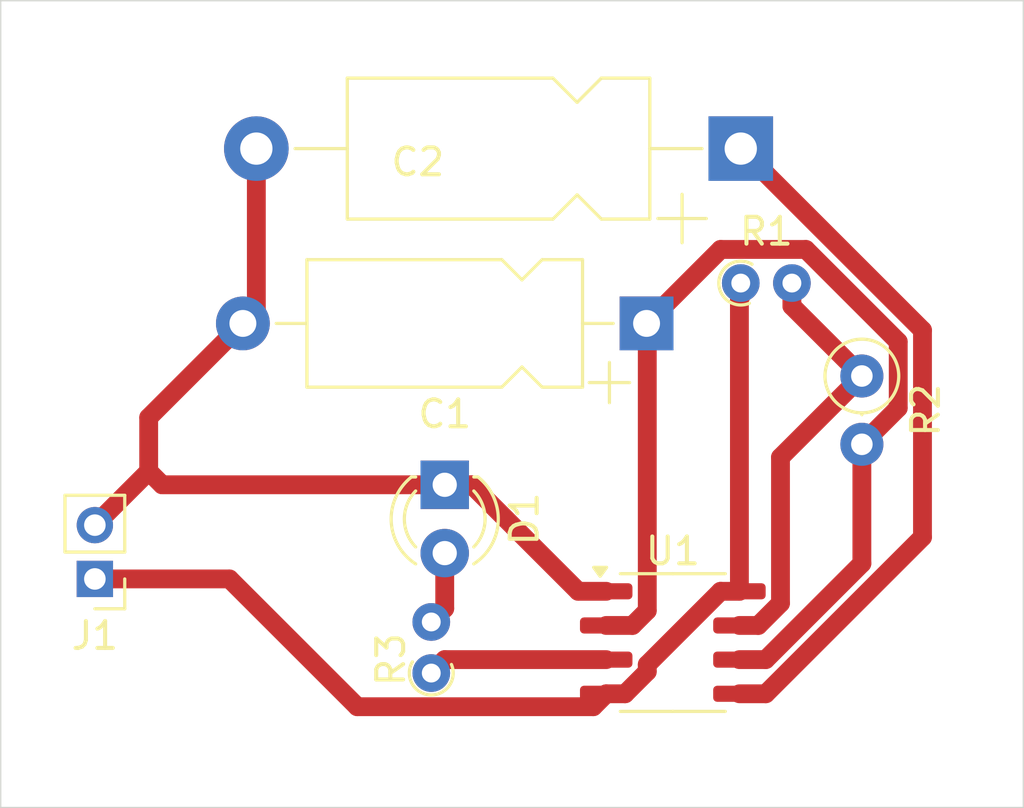
<source format=kicad_pcb>
(kicad_pcb (version 20241229) (generator "pcbnew") (generator_version "9.0")
  (layers (0 "F.Cu" signal) (2 "B.Cu" signal) (13 "F.Paste" user) (15 "B.Paste" user) (5 "F.SilkS" user "F.Silkscreen") (7 "B.SilkS" user "B.Silkscreen") (1 "F.Mask" user) (3 "B.Mask" user) (25 "Edge.Cuts" user))
  (net 0 "")
  (net 1 "GND")
  (net 2 "Net-(U1-THR)")
  (net 3 "Net-(U1-CV)")
  (net 4 "VCC")
  (net 5 "Net-(U1-DIS)")
  (net 6 "Net-(D1-A)")
  (net 7 "Net-(U1-Q)")
  (footprint "Capacitor_THT:CP_Axial_L10.0mm_D4.5mm_P15.00mm_Horizontal" (layer "F.Cu") (at 132.5 91.5 180)
    (property "Reference" "C1" (at 7.5 -3.37 0) (layer "F.SilkS"))
    (property "Value" "C")
    (fp_line (start 13.76 0) (end 12.62 0) (stroke (width 0.12)) (layer "F.SilkS"))
    (fp_line (start 12.62 -2.37) (end 12.62 2.37) (stroke (width 0.12)) (layer "F.SilkS"))
    (fp_line (start 5.38 2.37) (end 12.62 2.37) (stroke (width 0.12)) (layer "F.SilkS"))
    (fp_line (start 5.38 -2.37) (end 12.62 -2.37) (stroke (width 0.12)) (layer "F.SilkS"))
    (fp_line (start 4.63 1.62) (end 5.38 2.37) (stroke (width 0.12)) (layer "F.SilkS"))
    (fp_line (start 4.63 -1.62) (end 5.38 -2.37) (stroke (width 0.12)) (layer "F.SilkS"))
    (fp_line (start 3.88 2.37) (end 4.63 1.62) (stroke (width 0.12)) (layer "F.SilkS"))
    (fp_line (start 3.88 -2.37) (end 4.63 -1.62) (stroke (width 0.12)) (layer "F.SilkS"))
    (fp_line (start 2.38 2.37) (end 3.88 2.37) (stroke (width 0.12)) (layer "F.SilkS"))
    (fp_line (start 2.38 -2.37) (end 3.88 -2.37) (stroke (width 0.12)) (layer "F.SilkS"))
    (fp_line (start 2.38 -2.37) (end 2.38 2.37) (stroke (width 0.12)) (layer "F.SilkS"))
    (fp_line (start 1.38 -2.95) (end 1.38 -1.45) (stroke (width 0.12)) (layer "F.SilkS"))
    (fp_line (start 1.24 0) (end 2.38 0) (stroke (width 0.12)) (layer "F.SilkS"))
    (fp_line (start 0.63 -2.2) (end 2.13 -2.2) (stroke (width 0.12)) (layer "F.SilkS"))
    (pad "1" thru_hole rect (at 0 0 180) (size 2 2) (drill 1) (layers "*.Cu" "*.Mask") (net 2 "Net-(U1-THR)"))
    (pad "2" thru_hole circle (at 15 0 180) (size 2 2) (drill 1) (layers "*.Cu" "*.Mask") (net 1 "GND"))
  )
  (footprint "Capacitor_THT:CP_Axial_L11.0mm_D5.0mm_P18.00mm_Horizontal" (layer "F.Cu") (at 136 85 180)
    (property "Reference" "C2" (at 12 -0.5 0) (layer "F.SilkS"))
    (property "Value" "C")
    (fp_line (start 16.56 0) (end 14.62 0) (stroke (width 0.12)) (layer "F.SilkS"))
    (fp_line (start 14.62 -2.62) (end 14.62 2.62) (stroke (width 0.12)) (layer "F.SilkS"))
    (fp_line (start 6.98 2.62) (end 14.62 2.62) (stroke (width 0.12)) (layer "F.SilkS"))
    (fp_line (start 6.98 -2.62) (end 14.62 -2.62) (stroke (width 0.12)) (layer "F.SilkS"))
    (fp_line (start 6.08 1.72) (end 6.98 2.62) (stroke (width 0.12)) (layer "F.SilkS"))
    (fp_line (start 6.08 -1.72) (end 6.98 -2.62) (stroke (width 0.12)) (layer "F.SilkS"))
    (fp_line (start 5.18 2.62) (end 6.08 1.72) (stroke (width 0.12)) (layer "F.SilkS"))
    (fp_line (start 5.18 -2.62) (end 6.08 -1.72) (stroke (width 0.12)) (layer "F.SilkS"))
    (fp_line (start 3.38 2.62) (end 5.18 2.62) (stroke (width 0.12)) (layer "F.SilkS"))
    (fp_line (start 3.38 -2.62) (end 5.18 -2.62) (stroke (width 0.12)) (layer "F.SilkS"))
    (fp_line (start 3.38 -2.62) (end 3.38 2.62) (stroke (width 0.12)) (layer "F.SilkS"))
    (fp_line (start 2.18 -3.5) (end 2.18 -1.7) (stroke (width 0.12)) (layer "F.SilkS"))
    (fp_line (start 1.44 0) (end 3.38 0) (stroke (width 0.12)) (layer "F.SilkS"))
    (fp_line (start 1.28 -2.6) (end 3.08 -2.6) (stroke (width 0.12)) (layer "F.SilkS"))
    (pad "1" thru_hole rect (at 0 0 180) (size 2.4 2.4) (drill 1.2) (layers "*.Cu" "*.Mask") (net 3 "Net-(U1-CV)"))
    (pad "2" thru_hole circle (at 18 0 180) (size 2.4 2.4) (drill 1.2) (layers "*.Cu" "*.Mask") (net 1 "GND"))
  )
  (footprint "Resistor_THT:R_Axial_DIN0207_L6.3mm_D2.5mm_P2.54mm_Vertical" (layer "F.Cu") (at 140.5 93.455 -90)
    (property "Reference" "R2" (at 1.27 -2.37 90) (layer "F.SilkS"))
    (property "Value" "R")
    (fp_line (start 1.37 0) (end 1.44 0) (stroke (width 0.12)) (layer "F.SilkS"))
    (fp_circle (center 0 0) (end 1.37 0) (stroke (width 0.12)) (fill no) (layer "F.SilkS"))
    (pad "1" thru_hole circle (at 0 0 270) (size 1.6 1.6) (drill 0.8) (layers "*.Cu" "*.Mask") (net 5 "Net-(U1-DIS)"))
    (pad "2" thru_hole oval (at 2.54 0 270) (size 1.6 1.6) (drill 0.8) (layers "*.Cu" "*.Mask") (net 2 "Net-(U1-THR)"))
  )
  (footprint "Resistor_THT:R_Axial_DIN0204_L3.6mm_D1.6mm_P1.90mm_Vertical" (layer "F.Cu") (at 124.5 104.5 90)
    (property "Reference" "R3" (at 0.5 -1.5 90) (layer "F.SilkS"))
    (property "Value" "R150")
    (fp_arc (start 0.320095 0.749359) (mid -0.813042 -0.054435) (end 0.417133 -0.7) (stroke (width 0.12)) (layer "F.SilkS"))
    (pad "1" thru_hole circle (at 0 0 90) (size 1.4 1.4) (drill 0.7) (layers "*.Cu" "*.Mask") (net 7 "Net-(U1-Q)"))
    (pad "2" thru_hole oval (at 1.9 0 90) (size 1.4 1.4) (drill 0.7) (layers "*.Cu" "*.Mask") (net 6 "Net-(D1-A)"))
  )
  (footprint "Resistor_THT:R_Axial_DIN0204_L3.6mm_D1.6mm_P1.90mm_Vertical" (layer "F.Cu") (at 136 90)
    (property "Reference" "R1" (at 0.95 -1.92 0) (layer "F.SilkS"))
    (property "Value" "R")
    (fp_arc (start 0.320095 0.749359) (mid -0.813042 -0.054435) (end 0.417133 -0.7) (stroke (width 0.12)) (layer "F.SilkS"))
    (pad "1" thru_hole circle (at 0 0) (size 1.4 1.4) (drill 0.7) (layers "*.Cu" "*.Mask") (net 4 "VCC"))
    (pad "2" thru_hole oval (at 1.9 0) (size 1.4 1.4) (drill 0.7) (layers "*.Cu" "*.Mask") (net 5 "Net-(U1-DIS)"))
  )
  (footprint "LED_THT:LED_D3.0mm" (layer "F.Cu") (at 125 97.5 -90)
    (property "Reference" "D1" (at 1.27 -2.96 90) (layer "F.SilkS"))
    (property "Value" "LED" (hide yes))
    (fp_line (start -0.29 1.08) (end -0.29 1.236) (stroke (width 0.12)) (layer "F.SilkS"))
    (fp_line (start -0.29 -1.236) (end -0.29 -1.08) (stroke (width 0.12)) (layer "F.SilkS"))
    (fp_arc (start 2.941397 1.080061) (mid 1.365624 1.987701) (end -0.29 1.235516) (stroke (width 0.12)) (layer "F.SilkS"))
    (fp_arc (start 2.31091 1.080049) (mid 1.269964 1.5) (end 0.229039 1.08) (stroke (width 0.12)) (layer "F.SilkS"))
    (fp_arc (start 0.229039 -1.08) (mid 1.269964 -1.5) (end 2.31091 -1.080049) (stroke (width 0.12)) (layer "F.SilkS"))
    (fp_arc (start -0.29 -1.235516) (mid 1.365624 -1.987701) (end 2.941397 -1.080061) (stroke (width 0.12)) (layer "F.SilkS"))
    (pad "1" thru_hole rect (at 0 0 270) (size 1.8 1.8) (drill 0.9) (layers "*.Cu" "*.Mask") (net 1 "GND"))
    (pad "2" thru_hole circle (at 2.54 0 270) (size 1.8 1.8) (drill 0.9) (layers "*.Cu" "*.Mask") (net 6 "Net-(D1-A)"))
  )
  (footprint "Package_SO:SOIC-8_3.9x4.9mm_P1.27mm" (layer "F.Cu") (at 133.475 103.365)
    (property "Reference" "U1" (at 0 -3.4 0) (layer "F.SilkS"))
    (property "Value" "LM555xM")
    (fp_line (start 0 -2.56) (end -1.95 -2.56) (stroke (width 0.12)) (layer "F.SilkS"))
    (fp_line (start 0 -2.56) (end 1.95 -2.56) (stroke (width 0.12)) (layer "F.SilkS"))
    (fp_line (start 0 2.56) (end -1.95 2.56) (stroke (width 0.12)) (layer "F.SilkS"))
    (fp_line (start 0 2.56) (end 1.95 2.56) (stroke (width 0.12)) (layer "F.SilkS"))
    (fp_poly (pts (xy -2.7 -2.465) (xy -2.94 -2.795) (xy -2.46 -2.795)) (stroke (width 0.12)) (fill yes) (layer "F.SilkS"))
    (pad "1" smd roundrect (at -2.475 -1.905) (size 1.95 0.6) (layers "F.Cu" "F.Mask" "F.Paste") (net 1 "GND"))
    (pad "2" smd roundrect (at -2.475 -0.635) (size 1.95 0.6) (layers "F.Cu" "F.Mask" "F.Paste") (net 2 "Net-(U1-THR)"))
    (pad "3" smd roundrect (at -2.475 0.635) (size 1.95 0.6) (layers "F.Cu" "F.Mask" "F.Paste") (net 7 "Net-(U1-Q)"))
    (pad "4" smd roundrect (at -2.475 1.905) (size 1.95 0.6) (layers "F.Cu" "F.Mask" "F.Paste") (net 4 "VCC"))
    (pad "5" smd roundrect (at 2.475 1.905) (size 1.95 0.6) (layers "F.Cu" "F.Mask" "F.Paste") (net 3 "Net-(U1-CV)"))
    (pad "6" smd roundrect (at 2.475 0.635) (size 1.95 0.6) (layers "F.Cu" "F.Mask" "F.Paste") (net 2 "Net-(U1-THR)"))
    (pad "7" smd roundrect (at 2.475 -0.635) (size 1.95 0.6) (layers "F.Cu" "F.Mask" "F.Paste") (net 5 "Net-(U1-DIS)"))
    (pad "8" smd roundrect (at 2.475 -1.905) (size 1.95 0.6) (layers "F.Cu" "F.Mask" "F.Paste") (net 4 "VCC"))
  )
  (footprint "Connector_PinHeader_2.00mm:PinHeader_1x02_P2.00mm_Vertical" (layer "F.Cu") (at 112 101 180)
    (property "Reference" "J1" (at 0 -2.11 180) (layer "F.SilkS"))
    (property "Value" "Conn_01x02_Pin" (hide yes))
    (fp_line (start 1.11 1) (end 1.11 3.11) (stroke (width 0.12)) (layer "F.SilkS"))
    (fp_line (start -1.11 3.11) (end 1.11 3.11) (stroke (width 0.12)) (layer "F.SilkS"))
    (fp_line (start -1.11 1) (end 1.11 1) (stroke (width 0.12)) (layer "F.SilkS"))
    (fp_line (start -1.11 1) (end -1.11 3.11) (stroke (width 0.12)) (layer "F.SilkS"))
    (fp_line (start -1.11 0) (end -1.11 -1.11) (stroke (width 0.12)) (layer "F.SilkS"))
    (fp_line (start -1.11 -1.11) (end 0 -1.11) (stroke (width 0.12)) (layer "F.SilkS"))
    (pad "1" thru_hole rect (at 0 0 180) (size 1.35 1.35) (drill 0.8) (layers "*.Cu" "*.Mask") (net 4 "VCC"))
    (pad "2" thru_hole circle (at 0 2 180) (size 1.35 1.35) (drill 0.8) (layers "*.Cu" "*.Mask") (net 1 "GND"))
  )
  (gr_rect (start 108.5 79.5) (end 146.5 109.5) (stroke (width 0.05)) (fill no) (layer "Edge.Cuts"))
  (segment (start 114.5 97.5) (end 114 97) (width 0.7) (layer "F.Cu") (net 1))
  (segment (start 117.5 91.5) (end 114 95) (width 0.7) (layer "F.Cu") (net 1))
  (segment (start 129.96 101.46) (end 131 101.46) (width 0.7) (layer "F.Cu") (net 1))
  (segment (start 125 97.5) (end 114.5 97.5) (width 0.7) (layer "F.Cu") (net 1))
  (segment (start 114 95) (end 114 97) (width 0.7) (layer "F.Cu") (net 1))
  (segment (start 118 91) (end 117.5 91.5) (width 0.7) (layer "F.Cu") (net 1))
  (segment (start 126 97.5) (end 129.96 101.46) (width 0.7) (layer "F.Cu") (net 1))
  (segment (start 114 97) (end 112 99) (width 0.7) (layer "F.Cu") (net 1))
  (segment (start 125 97.5) (end 126 97.5) (width 0.7) (layer "F.Cu") (net 1))
  (segment (start 118 85) (end 118 91) (width 0.7) (layer "F.Cu") (net 1))
  (segment (start 138.418182 88.749) (end 141.851 92.181818) (width 0.7) (layer "F.Cu") (net 2))
  (segment (start 132.526 91.526) (end 132.5 91.5) (width 0.7) (layer "F.Cu") (net 2))
  (segment (start 131 102.73) (end 131.974999 102.73) (width 0.7) (layer "F.Cu") (net 2))
  (segment (start 140.5 100.424999) (end 136.924999 104) (width 0.7) (layer "F.Cu") (net 2))
  (segment (start 141.851 94.644) (end 140.5 95.995) (width 0.7) (layer "F.Cu") (net 2))
  (segment (start 140.5 95.995) (end 140.5 100.424999) (width 0.7) (layer "F.Cu") (net 2))
  (segment (start 136.924999 104) (end 135.95 104) (width 0.7) (layer "F.Cu") (net 2))
  (segment (start 141.851 92.181818) (end 141.851 94.644) (width 0.7) (layer "F.Cu") (net 2))
  (segment (start 135.251 88.749) (end 138.418182 88.749) (width 0.7) (layer "F.Cu") (net 2))
  (segment (start 131.974999 102.73) (end 132.526 102.178999) (width 0.7) (layer "F.Cu") (net 2))
  (segment (start 132.5 91.5) (end 135.251 88.749) (width 0.7) (layer "F.Cu") (net 2))
  (segment (start 132.526 102.178999) (end 132.526 91.526) (width 0.7) (layer "F.Cu") (net 2))
  (segment (start 136 85) (end 142.751999 91.751999) (width 0.7) (layer "F.Cu") (net 3))
  (segment (start 142.751999 99.447206) (end 136.929205 105.27) (width 0.7) (layer "F.Cu") (net 3))
  (segment (start 142.751999 91.751999) (end 142.751999 99.447206) (width 0.7) (layer "F.Cu") (net 3))
  (segment (start 136.929205 105.27) (end 135.95 105.27) (width 0.7) (layer "F.Cu") (net 3))
  (segment (start 136 90.5) (end 135.95 90.55) (width 0.7) (layer "F.Cu") (net 4))
  (segment (start 135.95 90.55) (end 135.95 101.46) (width 0.7) (layer "F.Cu") (net 4))
  (segment (start 135.95 101.46) (end 135.249478 101.46) (width 0.7) (layer "F.Cu") (net 4))
  (segment (start 121.751 105.751) (end 117 101) (width 0.7) (layer "F.Cu") (net 4))
  (segment (start 130.519 105.751) (end 121.751 105.751) (width 0.7) (layer "F.Cu") (net 4))
  (segment (start 117 101) (end 112 101) (width 0.7) (layer "F.Cu") (net 4))
  (segment (start 136 90) (end 136 90.5) (width 0.7) (layer "F.Cu") (net 4))
  (segment (start 132.526 104.444522) (end 131.700522 105.27) (width 0.7) (layer "F.Cu") (net 4))
  (segment (start 131.700522 105.27) (end 131 105.27) (width 0.7) (layer "F.Cu") (net 4))
  (segment (start 131 105.27) (end 130.519 105.751) (width 0.7) (layer "F.Cu") (net 4))
  (segment (start 132.526 104.183478) (end 132.526 104.444522) (width 0.7) (layer "F.Cu") (net 4))
  (segment (start 135.249478 101.46) (end 132.526 104.183478) (width 0.7) (layer "F.Cu") (net 4))
  (segment (start 137.476 101.904522) (end 136.650522 102.73) (width 0.7) (layer "F.Cu") (net 5))
  (segment (start 140.5 93.455) (end 137.476 96.479) (width 0.7) (layer "F.Cu") (net 5))
  (segment (start 137.9 90.855) (end 140.5 93.455) (width 0.7) (layer "F.Cu") (net 5))
  (segment (start 136.650522 102.73) (end 135.95 102.73) (width 0.7) (layer "F.Cu") (net 5))
  (segment (start 137.476 96.479) (end 137.476 101.904522) (width 0.7) (layer "F.Cu") (net 5))
  (segment (start 137.9 90) (end 137.9 90.855) (width 0.7) (layer "F.Cu") (net 5))
  (segment (start 125 102.1) (end 124.5 102.6) (width 0.7) (layer "F.Cu") (net 6))
  (segment (start 125 100.04) (end 125 102.1) (width 0.7) (layer "F.Cu") (net 6))
  (segment (start 125 104) (end 131 104) (width 0.7) (layer "F.Cu") (net 7))
  (segment (start 124.5 104.5) (end 125 104) (width 0.7) (layer "F.Cu") (net 7))
)
</source>
